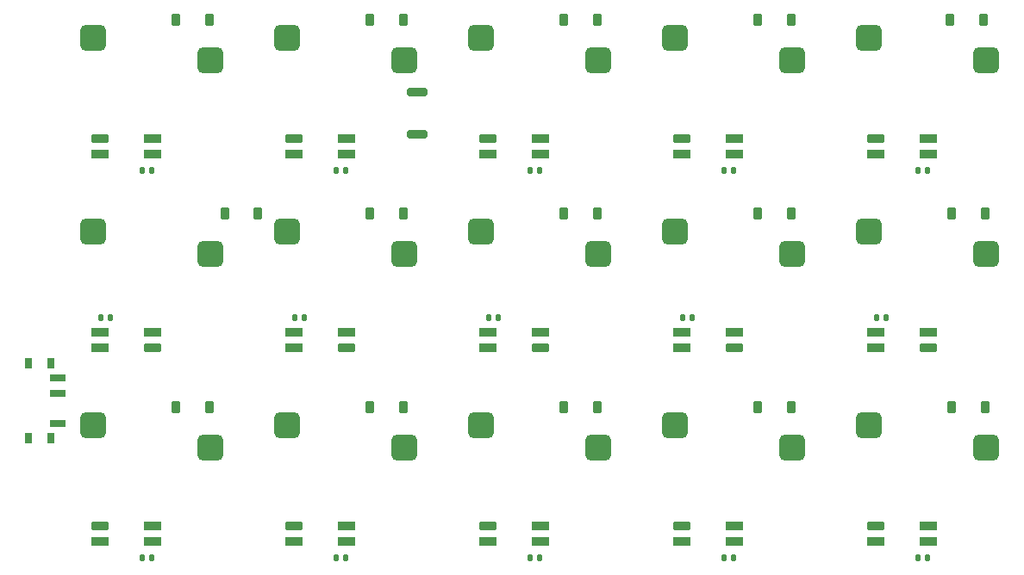
<source format=gbr>
%TF.GenerationSoftware,KiCad,Pcbnew,7.0.8*%
%TF.CreationDate,2023-12-01T15:01:34+01:00*%
%TF.ProjectId,briquet-rounded,62726971-7565-4742-9d72-6f756e646564,rev?*%
%TF.SameCoordinates,Original*%
%TF.FileFunction,Paste,Bot*%
%TF.FilePolarity,Positive*%
%FSLAX46Y46*%
G04 Gerber Fmt 4.6, Leading zero omitted, Abs format (unit mm)*
G04 Created by KiCad (PCBNEW 7.0.8) date 2023-12-01 15:01:34*
%MOMM*%
%LPD*%
G01*
G04 APERTURE LIST*
G04 Aperture macros list*
%AMRoundRect*
0 Rectangle with rounded corners*
0 $1 Rounding radius*
0 $2 $3 $4 $5 $6 $7 $8 $9 X,Y pos of 4 corners*
0 Add a 4 corners polygon primitive as box body*
4,1,4,$2,$3,$4,$5,$6,$7,$8,$9,$2,$3,0*
0 Add four circle primitives for the rounded corners*
1,1,$1+$1,$2,$3*
1,1,$1+$1,$4,$5*
1,1,$1+$1,$6,$7*
1,1,$1+$1,$8,$9*
0 Add four rect primitives between the rounded corners*
20,1,$1+$1,$2,$3,$4,$5,0*
20,1,$1+$1,$4,$5,$6,$7,0*
20,1,$1+$1,$6,$7,$8,$9,0*
20,1,$1+$1,$8,$9,$2,$3,0*%
G04 Aperture macros list end*
%ADD10R,1.700000X0.820000*%
%ADD11RoundRect,0.205000X0.645000X0.205000X-0.645000X0.205000X-0.645000X-0.205000X0.645000X-0.205000X0*%
%ADD12RoundRect,0.650000X-0.650000X-0.650000X0.650000X-0.650000X0.650000X0.650000X-0.650000X0.650000X0*%
%ADD13RoundRect,0.225000X-0.225000X-0.375000X0.225000X-0.375000X0.225000X0.375000X-0.225000X0.375000X0*%
%ADD14RoundRect,0.140000X0.140000X0.170000X-0.140000X0.170000X-0.140000X-0.170000X0.140000X-0.170000X0*%
%ADD15RoundRect,0.140000X-0.140000X-0.170000X0.140000X-0.170000X0.140000X0.170000X-0.140000X0.170000X0*%
%ADD16RoundRect,0.205000X-0.645000X-0.205000X0.645000X-0.205000X0.645000X0.205000X-0.645000X0.205000X0*%
%ADD17RoundRect,0.200000X-0.800000X0.200000X-0.800000X-0.200000X0.800000X-0.200000X0.800000X0.200000X0*%
%ADD18RoundRect,0.200000X0.800000X-0.200000X0.800000X0.200000X-0.800000X0.200000X-0.800000X-0.200000X0*%
%ADD19R,0.800000X1.000000*%
%ADD20R,1.500000X0.700000*%
G04 APERTURE END LIST*
D10*
%TO.C,LED14*%
X154950000Y-91237502D03*
X154950000Y-89737502D03*
D11*
X149850000Y-89737502D03*
D10*
X149850000Y-91237502D03*
%TD*%
D12*
%TO.C,CHOC11*%
X103525000Y-81975000D03*
X91975000Y-79775000D03*
%TD*%
D10*
%TO.C,LED5*%
X174000000Y-53137500D03*
X174000000Y-51637500D03*
D11*
X168900000Y-51637500D03*
D10*
X168900000Y-53137500D03*
%TD*%
D13*
%TO.C,D6*%
X119199372Y-77986396D03*
X122499372Y-77986396D03*
%TD*%
D14*
%TO.C,C7*%
X112730579Y-69205485D03*
X111770579Y-69205485D03*
%TD*%
D12*
%TO.C,CHOC13*%
X141625001Y-81975001D03*
X130075001Y-79775001D03*
%TD*%
D10*
%TO.C,LED15*%
X174000000Y-91237502D03*
X174000000Y-89737502D03*
D11*
X168900000Y-89737502D03*
D10*
X168900000Y-91237502D03*
%TD*%
D15*
%TO.C,C1*%
X96820653Y-54769072D03*
X97780653Y-54769072D03*
%TD*%
D13*
%TO.C,D13*%
X176150000Y-39886172D03*
X179450000Y-39886172D03*
%TD*%
D12*
%TO.C,CHOC8*%
X141625001Y-62925001D03*
X130075001Y-60725001D03*
%TD*%
D10*
%TO.C,LED1*%
X97800000Y-53137500D03*
X97800000Y-51637500D03*
D11*
X92700000Y-51637500D03*
D10*
X92700000Y-53137500D03*
%TD*%
%TO.C,LED11*%
X97800560Y-91238032D03*
X97800560Y-89738032D03*
D11*
X92700560Y-89738032D03*
D10*
X92700560Y-91238032D03*
%TD*%
D15*
%TO.C,C12*%
X115870765Y-92869296D03*
X116830765Y-92869296D03*
%TD*%
D13*
%TO.C,D2*%
X104911564Y-58936284D03*
X108211564Y-58936284D03*
%TD*%
D10*
%TO.C,LED7*%
X149850000Y-70687502D03*
X149850000Y-72187502D03*
D16*
X154950000Y-72187502D03*
D10*
X154950000Y-70687502D03*
%TD*%
D17*
%TO.C,RST1*%
X123825728Y-47013570D03*
D18*
X123825728Y-51213570D03*
%TD*%
D13*
%TO.C,D11*%
X157299372Y-58936284D03*
X160599372Y-58936284D03*
%TD*%
D12*
%TO.C,CHOC1*%
X103525000Y-43874998D03*
X91975000Y-41674998D03*
%TD*%
D13*
%TO.C,D5*%
X119199148Y-58936284D03*
X122499148Y-58936284D03*
%TD*%
D15*
%TO.C,C11*%
X96820093Y-92868766D03*
X97780093Y-92868766D03*
%TD*%
%TO.C,C4*%
X153970989Y-54769072D03*
X154930989Y-54769072D03*
%TD*%
D13*
%TO.C,D7*%
X138249372Y-39886172D03*
X141549372Y-39886172D03*
%TD*%
D10*
%TO.C,LED6*%
X168900000Y-70687502D03*
X168900000Y-72187502D03*
D16*
X174000000Y-72187502D03*
D10*
X174000000Y-70687502D03*
%TD*%
D12*
%TO.C,CHOC9*%
X160675000Y-62925000D03*
X149125000Y-60725000D03*
%TD*%
%TO.C,CHOC5*%
X179725001Y-43874999D03*
X168175001Y-41674999D03*
%TD*%
D13*
%TO.C,D3*%
X100149372Y-77986396D03*
X103449372Y-77986396D03*
%TD*%
D10*
%TO.C,LED10*%
X92700000Y-70687502D03*
X92700000Y-72187502D03*
D16*
X97800000Y-72187502D03*
D10*
X97800000Y-70687502D03*
%TD*%
D15*
%TO.C,C3*%
X134920877Y-54769072D03*
X135880877Y-54769072D03*
%TD*%
D12*
%TO.C,CHOC3*%
X141625000Y-43874998D03*
X130075000Y-41674998D03*
%TD*%
D10*
%TO.C,LED4*%
X154950000Y-53137500D03*
X154950000Y-51637500D03*
D11*
X149850000Y-51637500D03*
D10*
X149850000Y-53137500D03*
%TD*%
%TO.C,LED8*%
X130800000Y-70687502D03*
X130800000Y-72187502D03*
D16*
X135900000Y-72187502D03*
D10*
X135900000Y-70687502D03*
%TD*%
%TO.C,LED3*%
X135900000Y-53137500D03*
X135900000Y-51637500D03*
D11*
X130800000Y-51637500D03*
D10*
X130800000Y-53137500D03*
%TD*%
D12*
%TO.C,CHOC10*%
X179725000Y-62925000D03*
X168175000Y-60725000D03*
%TD*%
D10*
%TO.C,LED12*%
X116850672Y-91238032D03*
X116850672Y-89738032D03*
D11*
X111750672Y-89738032D03*
D10*
X111750672Y-91238032D03*
%TD*%
%TO.C,LED2*%
X116850000Y-53137500D03*
X116850000Y-51637500D03*
D11*
X111750000Y-51637500D03*
D10*
X111750000Y-53137500D03*
%TD*%
D13*
%TO.C,D9*%
X138249372Y-77986396D03*
X141549372Y-77986396D03*
%TD*%
D15*
%TO.C,C2*%
X115870765Y-54769072D03*
X116830765Y-54769072D03*
%TD*%
D12*
%TO.C,CHOC2*%
X122575000Y-43874998D03*
X111025000Y-41674998D03*
%TD*%
D13*
%TO.C,D15*%
X176349484Y-77986396D03*
X179649484Y-77986396D03*
%TD*%
D14*
%TO.C,C8*%
X131780691Y-69205485D03*
X130820691Y-69205485D03*
%TD*%
D12*
%TO.C,CHOC15*%
X179725000Y-81975000D03*
X168175000Y-79775000D03*
%TD*%
D15*
%TO.C,C14*%
X153970989Y-92869296D03*
X154930989Y-92869296D03*
%TD*%
D12*
%TO.C,CHOC4*%
X160675000Y-43874998D03*
X149125000Y-41674998D03*
%TD*%
D19*
%TO.C,SW13*%
X87860000Y-81041080D03*
X85650000Y-81041080D03*
X87860000Y-73741080D03*
X85650000Y-73741080D03*
D20*
X88510000Y-79641080D03*
X88510000Y-76641080D03*
X88510000Y-75141080D03*
%TD*%
D14*
%TO.C,C9*%
X150830803Y-69219079D03*
X149870803Y-69219079D03*
%TD*%
D13*
%TO.C,D10*%
X157299372Y-39886172D03*
X160599372Y-39886172D03*
%TD*%
D12*
%TO.C,CHOC7*%
X122575000Y-62925000D03*
X111025000Y-60725000D03*
%TD*%
D10*
%TO.C,LED9*%
X111750000Y-70687502D03*
X111750000Y-72187502D03*
D16*
X116850000Y-72187502D03*
D10*
X116850000Y-70687502D03*
%TD*%
D15*
%TO.C,C15*%
X173021101Y-92869296D03*
X173981101Y-92869296D03*
%TD*%
D10*
%TO.C,LED13*%
X135900000Y-91237502D03*
X135900000Y-89737502D03*
D11*
X130800000Y-89737502D03*
D10*
X130800000Y-91237502D03*
%TD*%
D14*
%TO.C,C10*%
X169880915Y-69205485D03*
X168920915Y-69205485D03*
%TD*%
D15*
%TO.C,C5*%
X173021101Y-54769072D03*
X173981101Y-54769072D03*
%TD*%
D13*
%TO.C,D12*%
X157299372Y-77986396D03*
X160599372Y-77986396D03*
%TD*%
D12*
%TO.C,CHOC6*%
X103525000Y-62925000D03*
X91975000Y-60725000D03*
%TD*%
%TO.C,CHOC14*%
X160675001Y-81975001D03*
X149125001Y-79775001D03*
%TD*%
D15*
%TO.C,C13*%
X134920877Y-92869296D03*
X135880877Y-92869296D03*
%TD*%
D13*
%TO.C,D4*%
X119199372Y-39886172D03*
X122499372Y-39886172D03*
%TD*%
%TO.C,D8*%
X138249260Y-58936284D03*
X141549260Y-58936284D03*
%TD*%
%TO.C,D1*%
X100149372Y-39886172D03*
X103449372Y-39886172D03*
%TD*%
D14*
%TO.C,C6*%
X93680467Y-69205485D03*
X92720467Y-69205485D03*
%TD*%
D12*
%TO.C,CHOC12*%
X122575000Y-81975000D03*
X111025000Y-79775000D03*
%TD*%
D13*
%TO.C,D14*%
X176349484Y-58936284D03*
X179649484Y-58936284D03*
%TD*%
M02*

</source>
